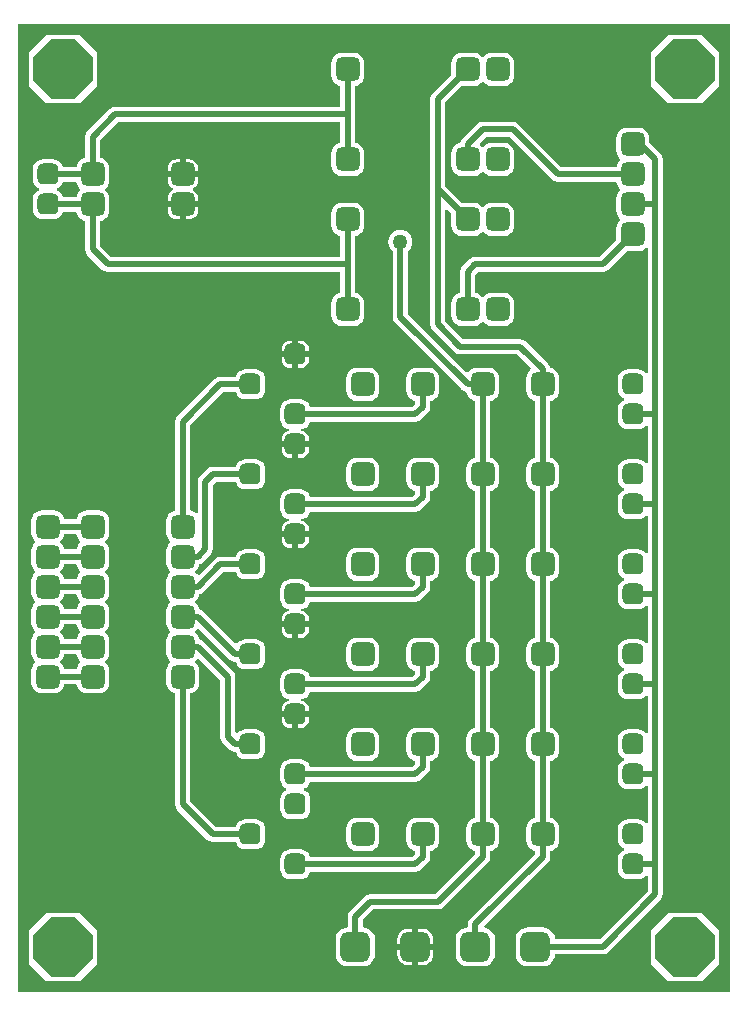
<source format=gbl>
G04 Layer_Physical_Order=2*
G04 Layer_Color=16711680*
%FSLAX25Y25*%
%MOIN*%
G70*
G01*
G75*
%ADD10C,0.02000*%
G04:AMPARAMS|DCode=11|XSize=80mil|YSize=80mil|CornerRadius=20mil|HoleSize=0mil|Usage=FLASHONLY|Rotation=180.000|XOffset=0mil|YOffset=0mil|HoleType=Round|Shape=RoundedRectangle|*
%AMROUNDEDRECTD11*
21,1,0.08000,0.04000,0,0,180.0*
21,1,0.04000,0.08000,0,0,180.0*
1,1,0.04000,-0.02000,0.02000*
1,1,0.04000,0.02000,0.02000*
1,1,0.04000,0.02000,-0.02000*
1,1,0.04000,-0.02000,-0.02000*
%
%ADD11ROUNDEDRECTD11*%
G04:AMPARAMS|DCode=12|XSize=70mil|YSize=70mil|CornerRadius=17.5mil|HoleSize=0mil|Usage=FLASHONLY|Rotation=90.000|XOffset=0mil|YOffset=0mil|HoleType=Round|Shape=RoundedRectangle|*
%AMROUNDEDRECTD12*
21,1,0.07000,0.03500,0,0,90.0*
21,1,0.03500,0.07000,0,0,90.0*
1,1,0.03500,0.01750,0.01750*
1,1,0.03500,0.01750,-0.01750*
1,1,0.03500,-0.01750,-0.01750*
1,1,0.03500,-0.01750,0.01750*
%
%ADD12ROUNDEDRECTD12*%
G04:AMPARAMS|DCode=13|XSize=80mil|YSize=80mil|CornerRadius=20mil|HoleSize=0mil|Usage=FLASHONLY|Rotation=270.000|XOffset=0mil|YOffset=0mil|HoleType=Round|Shape=RoundedRectangle|*
%AMROUNDEDRECTD13*
21,1,0.08000,0.04000,0,0,270.0*
21,1,0.04000,0.08000,0,0,270.0*
1,1,0.04000,-0.02000,-0.02000*
1,1,0.04000,-0.02000,0.02000*
1,1,0.04000,0.02000,0.02000*
1,1,0.04000,0.02000,-0.02000*
%
%ADD13ROUNDEDRECTD13*%
G04:AMPARAMS|DCode=14|XSize=100mil|YSize=100mil|CornerRadius=25mil|HoleSize=0mil|Usage=FLASHONLY|Rotation=180.000|XOffset=0mil|YOffset=0mil|HoleType=Round|Shape=RoundedRectangle|*
%AMROUNDEDRECTD14*
21,1,0.10000,0.05000,0,0,180.0*
21,1,0.05000,0.10000,0,0,180.0*
1,1,0.05000,-0.02500,0.02500*
1,1,0.05000,0.02500,0.02500*
1,1,0.05000,0.02500,-0.02500*
1,1,0.05000,-0.02500,-0.02500*
%
%ADD14ROUNDEDRECTD14*%
%ADD15P,0.21307X8X22.5*%
%ADD16C,0.05000*%
G36*
X237500Y0D02*
X0D01*
Y322500D01*
X237500D01*
Y0D01*
D02*
G37*
%LPC*%
G36*
X117000Y118030D02*
X113000D01*
X112086Y117910D01*
X111235Y117557D01*
X110504Y116996D01*
X109943Y116265D01*
X109590Y115414D01*
X109470Y114500D01*
Y110500D01*
X109590Y109586D01*
X109943Y108735D01*
X110504Y108004D01*
X111235Y107443D01*
X112086Y107090D01*
X113000Y106970D01*
X117000D01*
X117914Y107090D01*
X118765Y107443D01*
X119496Y108004D01*
X120057Y108735D01*
X120410Y109586D01*
X120530Y110500D01*
Y114500D01*
X120410Y115414D01*
X120057Y116265D01*
X119496Y116996D01*
X118765Y117557D01*
X117914Y117910D01*
X117000Y118030D01*
D02*
G37*
G36*
X91500Y121500D02*
X87976D01*
Y120750D01*
X88071Y120032D01*
X88348Y119363D01*
X88789Y118789D01*
X89363Y118348D01*
X90032Y118071D01*
X90750Y117976D01*
X91500D01*
Y121500D01*
D02*
G37*
G36*
X137000Y118030D02*
X133000D01*
X132086Y117910D01*
X131235Y117557D01*
X130504Y116996D01*
X129943Y116265D01*
X129590Y115414D01*
X129470Y114500D01*
Y110500D01*
X129590Y109586D01*
X129943Y108735D01*
X130504Y108004D01*
X131235Y107443D01*
X132086Y107090D01*
X132451Y107042D01*
Y106056D01*
X131444Y105049D01*
X97423D01*
X97416Y105098D01*
X97089Y105889D01*
X96568Y106568D01*
X95889Y107089D01*
X95098Y107416D01*
X94250Y107528D01*
X90750D01*
X89902Y107416D01*
X89111Y107089D01*
X88432Y106568D01*
X87911Y105889D01*
X87584Y105098D01*
X87472Y104250D01*
Y100750D01*
X87584Y99902D01*
X87911Y99111D01*
X88432Y98432D01*
X89111Y97911D01*
X89902Y97584D01*
X90537Y97500D01*
Y96996D01*
X90032Y96929D01*
X89363Y96652D01*
X88789Y96211D01*
X88348Y95637D01*
X88071Y94968D01*
X87976Y94250D01*
Y93500D01*
X92500D01*
X97024D01*
Y94250D01*
X96929Y94968D01*
X96652Y95637D01*
X96211Y96211D01*
X95637Y96652D01*
X94968Y96929D01*
X94463Y96996D01*
Y97500D01*
X95098Y97584D01*
X95889Y97911D01*
X96568Y98432D01*
X97089Y99111D01*
X97416Y99902D01*
X97423Y99951D01*
X132500D01*
X133475Y100145D01*
X134302Y100698D01*
X136802Y103198D01*
X137355Y104025D01*
X137549Y105000D01*
Y107042D01*
X137914Y107090D01*
X138765Y107443D01*
X139496Y108004D01*
X140057Y108735D01*
X140410Y109586D01*
X140530Y110500D01*
Y114500D01*
X140410Y115414D01*
X140057Y116265D01*
X139496Y116996D01*
X138765Y117557D01*
X137914Y117910D01*
X137000Y118030D01*
D02*
G37*
G36*
X91500Y91500D02*
X87976D01*
Y90750D01*
X88071Y90032D01*
X88348Y89363D01*
X88789Y88789D01*
X89363Y88348D01*
X90032Y88071D01*
X90750Y87976D01*
X91500D01*
Y91500D01*
D02*
G37*
G36*
X97024D02*
X93500D01*
Y87976D01*
X94250D01*
X94968Y88071D01*
X95637Y88348D01*
X96211Y88789D01*
X96652Y89363D01*
X96929Y90032D01*
X97024Y90750D01*
Y91500D01*
D02*
G37*
G36*
X91500Y151500D02*
X87976D01*
Y150750D01*
X88071Y150032D01*
X88348Y149363D01*
X88789Y148789D01*
X89363Y148348D01*
X90032Y148071D01*
X90750Y147976D01*
X91500D01*
Y151500D01*
D02*
G37*
G36*
X97024D02*
X93500D01*
Y147976D01*
X94250D01*
X94968Y148071D01*
X95637Y148348D01*
X96211Y148789D01*
X96652Y149363D01*
X96929Y150032D01*
X97024Y150750D01*
Y151500D01*
D02*
G37*
G36*
X117000Y148030D02*
X113000D01*
X112086Y147910D01*
X111235Y147557D01*
X110504Y146996D01*
X109943Y146265D01*
X109590Y145414D01*
X109470Y144500D01*
Y140500D01*
X109590Y139586D01*
X109943Y138735D01*
X110504Y138004D01*
X111235Y137443D01*
X112086Y137090D01*
X113000Y136970D01*
X117000D01*
X117914Y137090D01*
X118765Y137443D01*
X119496Y138004D01*
X120057Y138735D01*
X120410Y139586D01*
X120530Y140500D01*
Y144500D01*
X120410Y145414D01*
X120057Y146265D01*
X119496Y146996D01*
X118765Y147557D01*
X117914Y147910D01*
X117000Y148030D01*
D02*
G37*
G36*
X97024Y121500D02*
X93500D01*
Y117976D01*
X94250D01*
X94968Y118071D01*
X95637Y118348D01*
X96211Y118789D01*
X96652Y119363D01*
X96929Y120032D01*
X97024Y120750D01*
Y121500D01*
D02*
G37*
G36*
X137000Y148030D02*
X133000D01*
X132086Y147910D01*
X131235Y147557D01*
X130504Y146996D01*
X129943Y146265D01*
X129590Y145414D01*
X129470Y144500D01*
Y140500D01*
X129590Y139586D01*
X129943Y138735D01*
X130504Y138004D01*
X131235Y137443D01*
X132086Y137090D01*
X132451Y137042D01*
Y136056D01*
X131444Y135049D01*
X97423D01*
X97416Y135098D01*
X97089Y135889D01*
X96568Y136568D01*
X95889Y137089D01*
X95098Y137416D01*
X94250Y137528D01*
X90750D01*
X89902Y137416D01*
X89111Y137089D01*
X88432Y136568D01*
X87911Y135889D01*
X87584Y135098D01*
X87472Y134250D01*
Y130750D01*
X87584Y129902D01*
X87911Y129111D01*
X88432Y128432D01*
X89111Y127911D01*
X89902Y127584D01*
X90537Y127500D01*
Y126996D01*
X90032Y126929D01*
X89363Y126652D01*
X88789Y126211D01*
X88348Y125637D01*
X88071Y124968D01*
X87976Y124250D01*
Y123500D01*
X92500D01*
X97024D01*
Y124250D01*
X96929Y124968D01*
X96652Y125637D01*
X96211Y126211D01*
X95637Y126652D01*
X94968Y126929D01*
X94463Y126996D01*
Y127500D01*
X95098Y127584D01*
X95889Y127911D01*
X96568Y128432D01*
X97089Y129111D01*
X97416Y129902D01*
X97423Y129951D01*
X132500D01*
X133475Y130145D01*
X134302Y130698D01*
X136802Y133198D01*
X137355Y134025D01*
X137549Y135000D01*
Y137042D01*
X137914Y137090D01*
X138765Y137443D01*
X139496Y138004D01*
X140057Y138735D01*
X140410Y139586D01*
X140530Y140500D01*
Y144500D01*
X140410Y145414D01*
X140057Y146265D01*
X139496Y146996D01*
X138765Y147557D01*
X137914Y147910D01*
X137000Y148030D01*
D02*
G37*
G36*
X117000Y88030D02*
X113000D01*
X112086Y87910D01*
X111235Y87557D01*
X110504Y86996D01*
X109943Y86265D01*
X109590Y85414D01*
X109470Y84500D01*
Y80500D01*
X109590Y79586D01*
X109943Y78735D01*
X110504Y78004D01*
X111235Y77443D01*
X112086Y77090D01*
X113000Y76970D01*
X117000D01*
X117914Y77090D01*
X118765Y77443D01*
X119496Y78004D01*
X120057Y78735D01*
X120410Y79586D01*
X120530Y80500D01*
Y84500D01*
X120410Y85414D01*
X120057Y86265D01*
X119496Y86996D01*
X118765Y87557D01*
X117914Y87910D01*
X117000Y88030D01*
D02*
G37*
G36*
X131500Y14000D02*
X126470D01*
Y12500D01*
X126590Y11586D01*
X126943Y10735D01*
X127504Y10004D01*
X128235Y9443D01*
X129086Y9090D01*
X130000Y8970D01*
X131500D01*
Y14000D01*
D02*
G37*
G36*
X138530D02*
X133500D01*
Y8970D01*
X135000D01*
X135914Y9090D01*
X136765Y9443D01*
X137496Y10004D01*
X138057Y10735D01*
X138410Y11586D01*
X138530Y12500D01*
Y14000D01*
D02*
G37*
G36*
X127500Y254034D02*
X126456Y253897D01*
X125483Y253494D01*
X124647Y252853D01*
X124006Y252017D01*
X123603Y251044D01*
X123466Y250000D01*
X123603Y248956D01*
X124006Y247983D01*
X124647Y247147D01*
X124951Y246914D01*
Y225000D01*
X125145Y224025D01*
X125698Y223198D01*
X148198Y200698D01*
X149024Y200145D01*
X149530Y200045D01*
X149590Y199586D01*
X149943Y198735D01*
X150504Y198004D01*
X151235Y197443D01*
X152086Y197090D01*
X152451Y197042D01*
Y177958D01*
X152086Y177910D01*
X151235Y177557D01*
X150504Y176996D01*
X149943Y176265D01*
X149590Y175414D01*
X149470Y174500D01*
Y170500D01*
X149590Y169586D01*
X149943Y168735D01*
X150504Y168004D01*
X151235Y167443D01*
X152086Y167090D01*
X152451Y167042D01*
Y147958D01*
X152086Y147910D01*
X151235Y147557D01*
X150504Y146996D01*
X149943Y146265D01*
X149590Y145414D01*
X149470Y144500D01*
Y140500D01*
X149590Y139586D01*
X149943Y138735D01*
X150504Y138004D01*
X151235Y137443D01*
X152086Y137090D01*
X152451Y137042D01*
Y117958D01*
X152086Y117910D01*
X151235Y117557D01*
X150504Y116996D01*
X149943Y116265D01*
X149590Y115414D01*
X149470Y114500D01*
Y110500D01*
X149590Y109586D01*
X149943Y108735D01*
X150504Y108004D01*
X151235Y107443D01*
X152086Y107090D01*
X152451Y107042D01*
Y87958D01*
X152086Y87910D01*
X151235Y87557D01*
X150504Y86996D01*
X149943Y86265D01*
X149590Y85414D01*
X149470Y84500D01*
Y80500D01*
X149590Y79586D01*
X149943Y78735D01*
X150504Y78004D01*
X151235Y77443D01*
X152086Y77090D01*
X152451Y77042D01*
Y57958D01*
X152086Y57910D01*
X151235Y57557D01*
X150504Y56996D01*
X149943Y56265D01*
X149590Y55414D01*
X149470Y54500D01*
Y50500D01*
X149590Y49586D01*
X149943Y48735D01*
X150504Y48004D01*
X151235Y47443D01*
X152086Y47090D01*
X152451Y47042D01*
Y46056D01*
X138944Y32549D01*
X117500D01*
X116525Y32355D01*
X115698Y31802D01*
X110698Y26802D01*
X110145Y25975D01*
X109951Y25000D01*
Y21528D01*
X108956Y21397D01*
X107983Y20994D01*
X107147Y20353D01*
X106506Y19517D01*
X106103Y18544D01*
X105965Y17500D01*
Y12500D01*
X106103Y11456D01*
X106506Y10483D01*
X107147Y9647D01*
X107983Y9006D01*
X108956Y8603D01*
X110000Y8466D01*
X115000D01*
X116044Y8603D01*
X117017Y9006D01*
X117853Y9647D01*
X118494Y10483D01*
X118897Y11456D01*
X119035Y12500D01*
Y17500D01*
X118897Y18544D01*
X118494Y19517D01*
X117853Y20353D01*
X117017Y20994D01*
X116044Y21397D01*
X115049Y21528D01*
Y23944D01*
X118556Y27451D01*
X140000D01*
X140975Y27645D01*
X141802Y28198D01*
X156802Y43198D01*
X157355Y44025D01*
X157549Y45000D01*
Y47042D01*
X157914Y47090D01*
X158765Y47443D01*
X159496Y48004D01*
X160057Y48735D01*
X160410Y49586D01*
X160530Y50500D01*
Y54500D01*
X160410Y55414D01*
X160057Y56265D01*
X159496Y56996D01*
X158765Y57557D01*
X157914Y57910D01*
X157549Y57958D01*
Y77042D01*
X157914Y77090D01*
X158765Y77443D01*
X159496Y78004D01*
X160057Y78735D01*
X160410Y79586D01*
X160530Y80500D01*
Y84500D01*
X160410Y85414D01*
X160057Y86265D01*
X159496Y86996D01*
X158765Y87557D01*
X157914Y87910D01*
X157549Y87958D01*
Y107042D01*
X157914Y107090D01*
X158765Y107443D01*
X159496Y108004D01*
X160057Y108735D01*
X160410Y109586D01*
X160530Y110500D01*
Y114500D01*
X160410Y115414D01*
X160057Y116265D01*
X159496Y116996D01*
X158765Y117557D01*
X157914Y117910D01*
X157549Y117958D01*
Y137042D01*
X157914Y137090D01*
X158765Y137443D01*
X159496Y138004D01*
X160057Y138735D01*
X160410Y139586D01*
X160530Y140500D01*
Y144500D01*
X160410Y145414D01*
X160057Y146265D01*
X159496Y146996D01*
X158765Y147557D01*
X157914Y147910D01*
X157549Y147958D01*
Y167042D01*
X157914Y167090D01*
X158765Y167443D01*
X159496Y168004D01*
X160057Y168735D01*
X160410Y169586D01*
X160530Y170500D01*
Y174500D01*
X160410Y175414D01*
X160057Y176265D01*
X159496Y176996D01*
X158765Y177557D01*
X157914Y177910D01*
X157549Y177958D01*
Y197042D01*
X157914Y197090D01*
X158765Y197443D01*
X159496Y198004D01*
X160057Y198735D01*
X160410Y199586D01*
X160530Y200500D01*
Y204500D01*
X160410Y205414D01*
X160057Y206265D01*
X159496Y206996D01*
X158765Y207557D01*
X157914Y207910D01*
X157000Y208030D01*
X153000D01*
X152086Y207910D01*
X151235Y207557D01*
X150504Y206996D01*
X150205Y206607D01*
X149544Y206561D01*
X130049Y226056D01*
Y246914D01*
X130353Y247147D01*
X130994Y247983D01*
X131397Y248956D01*
X131535Y250000D01*
X131397Y251044D01*
X130994Y252017D01*
X130353Y252853D01*
X129517Y253494D01*
X128544Y253897D01*
X127500Y254034D01*
D02*
G37*
G36*
X20671Y26342D02*
X9329D01*
X3658Y20671D01*
Y9329D01*
X9329Y3658D01*
X20671D01*
X26342Y9329D01*
Y20671D01*
X20671Y26342D01*
D02*
G37*
G36*
X228171D02*
X216829D01*
X211157Y20671D01*
Y9329D01*
X216829Y3658D01*
X228171D01*
X233842Y9329D01*
Y20671D01*
X228171Y26342D01*
D02*
G37*
G36*
X117000Y58030D02*
X113000D01*
X112086Y57910D01*
X111235Y57557D01*
X110504Y56996D01*
X109943Y56265D01*
X109590Y55414D01*
X109470Y54500D01*
Y50500D01*
X109590Y49586D01*
X109943Y48735D01*
X110504Y48004D01*
X111235Y47443D01*
X112086Y47090D01*
X113000Y46970D01*
X117000D01*
X117914Y47090D01*
X118765Y47443D01*
X119496Y48004D01*
X120057Y48735D01*
X120410Y49586D01*
X120530Y50500D01*
Y54500D01*
X120410Y55414D01*
X120057Y56265D01*
X119496Y56996D01*
X118765Y57557D01*
X117914Y57910D01*
X117000Y58030D01*
D02*
G37*
G36*
X137000Y88030D02*
X133000D01*
X132086Y87910D01*
X131235Y87557D01*
X130504Y86996D01*
X129943Y86265D01*
X129590Y85414D01*
X129470Y84500D01*
Y80500D01*
X129590Y79586D01*
X129943Y78735D01*
X130504Y78004D01*
X131235Y77443D01*
X132086Y77090D01*
X132451Y77042D01*
Y76056D01*
X131444Y75049D01*
X97423D01*
X97416Y75098D01*
X97089Y75889D01*
X96568Y76568D01*
X95889Y77089D01*
X95098Y77416D01*
X94250Y77528D01*
X90750D01*
X89902Y77416D01*
X89111Y77089D01*
X88432Y76568D01*
X87911Y75889D01*
X87584Y75098D01*
X87472Y74250D01*
Y70750D01*
X87584Y69902D01*
X87911Y69111D01*
X88432Y68432D01*
X89111Y67911D01*
X89450Y67771D01*
Y67229D01*
X89111Y67089D01*
X88432Y66568D01*
X87911Y65889D01*
X87584Y65098D01*
X87472Y64250D01*
Y60750D01*
X87584Y59902D01*
X87911Y59111D01*
X88432Y58432D01*
X89111Y57911D01*
X89902Y57584D01*
X90750Y57472D01*
X94250D01*
X95098Y57584D01*
X95889Y57911D01*
X96568Y58432D01*
X97089Y59111D01*
X97416Y59902D01*
X97528Y60750D01*
Y64250D01*
X97416Y65098D01*
X97089Y65889D01*
X96568Y66568D01*
X95889Y67089D01*
X95550Y67229D01*
Y67771D01*
X95889Y67911D01*
X96568Y68432D01*
X97089Y69111D01*
X97416Y69902D01*
X97423Y69951D01*
X132500D01*
X133475Y70145D01*
X134302Y70698D01*
X136802Y73198D01*
X137355Y74024D01*
X137549Y75000D01*
Y77042D01*
X137914Y77090D01*
X138765Y77443D01*
X139496Y78004D01*
X140057Y78735D01*
X140410Y79586D01*
X140530Y80500D01*
Y84500D01*
X140410Y85414D01*
X140057Y86265D01*
X139496Y86996D01*
X138765Y87557D01*
X137914Y87910D01*
X137000Y88030D01*
D02*
G37*
G36*
Y58030D02*
X133000D01*
X132086Y57910D01*
X131235Y57557D01*
X130504Y56996D01*
X129943Y56265D01*
X129590Y55414D01*
X129470Y54500D01*
Y50500D01*
X129590Y49586D01*
X129943Y48735D01*
X130504Y48004D01*
X131235Y47443D01*
X132086Y47090D01*
X132451Y47042D01*
Y46056D01*
X131444Y45049D01*
X97423D01*
X97416Y45098D01*
X97089Y45889D01*
X96568Y46568D01*
X95889Y47089D01*
X95098Y47416D01*
X94250Y47528D01*
X90750D01*
X89902Y47416D01*
X89111Y47089D01*
X88432Y46568D01*
X87911Y45889D01*
X87584Y45098D01*
X87472Y44250D01*
Y40750D01*
X87584Y39902D01*
X87911Y39111D01*
X88432Y38432D01*
X89111Y37911D01*
X89902Y37584D01*
X90750Y37472D01*
X94250D01*
X95098Y37584D01*
X95889Y37911D01*
X96568Y38432D01*
X97089Y39111D01*
X97416Y39902D01*
X97423Y39951D01*
X132500D01*
X133475Y40145D01*
X134302Y40698D01*
X136802Y43198D01*
X137355Y44025D01*
X137549Y45000D01*
Y47042D01*
X137914Y47090D01*
X138765Y47443D01*
X139496Y48004D01*
X140057Y48735D01*
X140410Y49586D01*
X140530Y50500D01*
Y54500D01*
X140410Y55414D01*
X140057Y56265D01*
X139496Y56996D01*
X138765Y57557D01*
X137914Y57910D01*
X137000Y58030D01*
D02*
G37*
G36*
X131500Y21030D02*
X130000D01*
X129086Y20910D01*
X128235Y20557D01*
X127504Y19996D01*
X126943Y19265D01*
X126590Y18414D01*
X126470Y17500D01*
Y16000D01*
X131500D01*
Y21030D01*
D02*
G37*
G36*
X135000D02*
X133500D01*
Y16000D01*
X138530D01*
Y17500D01*
X138410Y18414D01*
X138057Y19265D01*
X137496Y19996D01*
X136765Y20557D01*
X135914Y20910D01*
X135000Y21030D01*
D02*
G37*
G36*
X27000Y160530D02*
X23000D01*
X22086Y160410D01*
X21235Y160057D01*
X20504Y159496D01*
X19943Y158765D01*
X19590Y157914D01*
X19542Y157549D01*
X15458D01*
X15410Y157914D01*
X15057Y158765D01*
X14496Y159496D01*
X13765Y160057D01*
X12914Y160410D01*
X12000Y160530D01*
X8000D01*
X7086Y160410D01*
X6235Y160057D01*
X5504Y159496D01*
X4943Y158765D01*
X4590Y157914D01*
X4470Y157000D01*
Y153000D01*
X4590Y152086D01*
X4943Y151235D01*
X5504Y150504D01*
X5835Y150250D01*
Y149750D01*
X5504Y149496D01*
X4943Y148765D01*
X4590Y147914D01*
X4470Y147000D01*
Y143000D01*
X4590Y142086D01*
X4943Y141235D01*
X5504Y140504D01*
X5835Y140250D01*
Y139750D01*
X5504Y139496D01*
X4943Y138765D01*
X4590Y137914D01*
X4470Y137000D01*
Y133000D01*
X4590Y132086D01*
X4943Y131235D01*
X5504Y130504D01*
X5835Y130250D01*
Y129750D01*
X5504Y129496D01*
X4943Y128765D01*
X4590Y127914D01*
X4470Y127000D01*
Y123000D01*
X4590Y122086D01*
X4943Y121235D01*
X5504Y120504D01*
X5835Y120250D01*
Y119750D01*
X5504Y119496D01*
X4943Y118765D01*
X4590Y117914D01*
X4470Y117000D01*
Y113000D01*
X4590Y112086D01*
X4943Y111235D01*
X5504Y110504D01*
X5835Y110250D01*
Y109750D01*
X5504Y109496D01*
X4943Y108765D01*
X4590Y107914D01*
X4470Y107000D01*
Y103000D01*
X4590Y102086D01*
X4943Y101235D01*
X5504Y100504D01*
X6235Y99943D01*
X7086Y99590D01*
X8000Y99470D01*
X12000D01*
X12914Y99590D01*
X13765Y99943D01*
X14496Y100504D01*
X15057Y101235D01*
X15410Y102086D01*
X15458Y102451D01*
X19542D01*
X19590Y102086D01*
X19943Y101235D01*
X20504Y100504D01*
X21235Y99943D01*
X22086Y99590D01*
X23000Y99470D01*
X27000D01*
X27914Y99590D01*
X28765Y99943D01*
X29496Y100504D01*
X30057Y101235D01*
X30410Y102086D01*
X30530Y103000D01*
Y107000D01*
X30410Y107914D01*
X30057Y108765D01*
X29496Y109496D01*
X29166Y109750D01*
Y110250D01*
X29496Y110504D01*
X30057Y111235D01*
X30410Y112086D01*
X30530Y113000D01*
Y117000D01*
X30410Y117914D01*
X30057Y118765D01*
X29496Y119496D01*
X29166Y119750D01*
Y120250D01*
X29496Y120504D01*
X30057Y121235D01*
X30410Y122086D01*
X30530Y123000D01*
Y127000D01*
X30410Y127914D01*
X30057Y128765D01*
X29496Y129496D01*
X29166Y129750D01*
Y130250D01*
X29496Y130504D01*
X30057Y131235D01*
X30410Y132086D01*
X30530Y133000D01*
Y137000D01*
X30410Y137914D01*
X30057Y138765D01*
X29496Y139496D01*
X29166Y139750D01*
Y140250D01*
X29496Y140504D01*
X30057Y141235D01*
X30410Y142086D01*
X30530Y143000D01*
Y147000D01*
X30410Y147914D01*
X30057Y148765D01*
X29496Y149496D01*
X29166Y149750D01*
Y150250D01*
X29496Y150504D01*
X30057Y151235D01*
X30410Y152086D01*
X30530Y153000D01*
Y157000D01*
X30410Y157914D01*
X30057Y158765D01*
X29496Y159496D01*
X28765Y160057D01*
X27914Y160410D01*
X27000Y160530D01*
D02*
G37*
G36*
X94250Y217024D02*
X93500D01*
Y213500D01*
X97024D01*
Y214250D01*
X96929Y214968D01*
X96652Y215637D01*
X96211Y216211D01*
X95637Y216652D01*
X94968Y216929D01*
X94250Y217024D01*
D02*
G37*
G36*
X54000Y261500D02*
X49974D01*
Y260500D01*
X50077Y259717D01*
X50380Y258987D01*
X50860Y258360D01*
X51487Y257879D01*
X52217Y257577D01*
X53000Y257474D01*
X54000D01*
Y261500D01*
D02*
G37*
G36*
X60026D02*
X56000D01*
Y257474D01*
X57000D01*
X57783Y257577D01*
X58513Y257879D01*
X59140Y258360D01*
X59620Y258987D01*
X59923Y259717D01*
X60026Y260500D01*
Y261500D01*
D02*
G37*
G36*
X91500Y211500D02*
X87976D01*
Y210750D01*
X88071Y210032D01*
X88348Y209363D01*
X88789Y208789D01*
X89363Y208348D01*
X90032Y208071D01*
X90750Y207976D01*
X91500D01*
Y211500D01*
D02*
G37*
G36*
X97024D02*
X93500D01*
Y207976D01*
X94250D01*
X94968Y208071D01*
X95637Y208348D01*
X96211Y208789D01*
X96652Y209363D01*
X96929Y210032D01*
X97024Y210750D01*
Y211500D01*
D02*
G37*
G36*
X91500Y217024D02*
X90750D01*
X90032Y216929D01*
X89363Y216652D01*
X88789Y216211D01*
X88348Y215637D01*
X88071Y214968D01*
X87976Y214250D01*
Y213500D01*
X91500D01*
Y217024D01*
D02*
G37*
G36*
X60026Y271500D02*
X55000D01*
X49974D01*
Y270500D01*
X50077Y269717D01*
X50380Y268987D01*
X50860Y268360D01*
X51487Y267880D01*
X51750Y267771D01*
Y267229D01*
X51487Y267121D01*
X50860Y266640D01*
X50380Y266013D01*
X50077Y265283D01*
X49974Y264500D01*
Y263500D01*
X55000D01*
X60026D01*
Y264500D01*
X59923Y265283D01*
X59620Y266013D01*
X59140Y266640D01*
X58513Y267121D01*
X58250Y267229D01*
Y267771D01*
X58513Y267880D01*
X59140Y268360D01*
X59620Y268987D01*
X59923Y269717D01*
X60026Y270500D01*
Y271500D01*
D02*
G37*
G36*
X20671Y318843D02*
X9329D01*
X3658Y313171D01*
Y301829D01*
X9329Y296158D01*
X20671D01*
X26342Y301829D01*
Y313171D01*
X20671Y318843D01*
D02*
G37*
G36*
X228171D02*
X216829D01*
X211157Y313171D01*
Y301829D01*
X216829Y296158D01*
X228171D01*
X233842Y301829D01*
Y313171D01*
X228171Y318843D01*
D02*
G37*
G36*
X162000Y313030D02*
X158000D01*
X157086Y312910D01*
X156235Y312557D01*
X155504Y311996D01*
X155250Y311666D01*
X154750D01*
X154496Y311996D01*
X153765Y312557D01*
X152914Y312910D01*
X152000Y313030D01*
X148000D01*
X147086Y312910D01*
X146235Y312557D01*
X145504Y311996D01*
X144943Y311265D01*
X144590Y310414D01*
X144470Y309500D01*
Y305575D01*
X138198Y299302D01*
X137645Y298476D01*
X137451Y297500D01*
Y267500D01*
Y222500D01*
X137645Y221525D01*
X138198Y220698D01*
X145698Y213198D01*
X146525Y212645D01*
X147500Y212451D01*
X166444D01*
X170939Y207956D01*
X170893Y207295D01*
X170504Y206996D01*
X169943Y206265D01*
X169590Y205414D01*
X169470Y204500D01*
Y200500D01*
X169590Y199586D01*
X169943Y198735D01*
X170504Y198004D01*
X171235Y197443D01*
X172086Y197090D01*
X172451Y197042D01*
Y177958D01*
X172086Y177910D01*
X171235Y177557D01*
X170504Y176996D01*
X169943Y176265D01*
X169590Y175414D01*
X169470Y174500D01*
Y170500D01*
X169590Y169586D01*
X169943Y168735D01*
X170504Y168004D01*
X171235Y167443D01*
X172086Y167090D01*
X172451Y167042D01*
Y147958D01*
X172086Y147910D01*
X171235Y147557D01*
X170504Y146996D01*
X169943Y146265D01*
X169590Y145414D01*
X169470Y144500D01*
Y140500D01*
X169590Y139586D01*
X169943Y138735D01*
X170504Y138004D01*
X171235Y137443D01*
X172086Y137090D01*
X172451Y137042D01*
Y117958D01*
X172086Y117910D01*
X171235Y117557D01*
X170504Y116996D01*
X169943Y116265D01*
X169590Y115414D01*
X169470Y114500D01*
Y110500D01*
X169590Y109586D01*
X169943Y108735D01*
X170504Y108004D01*
X171235Y107443D01*
X172086Y107090D01*
X172451Y107042D01*
Y87958D01*
X172086Y87910D01*
X171235Y87557D01*
X170504Y86996D01*
X169943Y86265D01*
X169590Y85414D01*
X169470Y84500D01*
Y80500D01*
X169590Y79586D01*
X169943Y78735D01*
X170504Y78004D01*
X171235Y77443D01*
X172086Y77090D01*
X172451Y77042D01*
Y57958D01*
X172086Y57910D01*
X171235Y57557D01*
X170504Y56996D01*
X169943Y56265D01*
X169590Y55414D01*
X169470Y54500D01*
Y50500D01*
X169590Y49586D01*
X169943Y48735D01*
X170504Y48004D01*
X171235Y47443D01*
X172086Y47090D01*
X172451Y47042D01*
Y46056D01*
X150698Y24302D01*
X150145Y23475D01*
X149951Y22500D01*
Y21528D01*
X148956Y21397D01*
X147983Y20994D01*
X147147Y20353D01*
X146506Y19517D01*
X146103Y18544D01*
X145966Y17500D01*
Y12500D01*
X146103Y11456D01*
X146506Y10483D01*
X147147Y9647D01*
X147983Y9006D01*
X148956Y8603D01*
X150000Y8466D01*
X155000D01*
X156044Y8603D01*
X157017Y9006D01*
X157853Y9647D01*
X158494Y10483D01*
X158897Y11456D01*
X159035Y12500D01*
Y17500D01*
X158897Y18544D01*
X158494Y19517D01*
X157853Y20353D01*
X157017Y20994D01*
X156044Y21397D01*
X155684Y21444D01*
X155523Y21918D01*
X176802Y43198D01*
X177355Y44025D01*
X177549Y45000D01*
Y47042D01*
X177914Y47090D01*
X178765Y47443D01*
X179496Y48004D01*
X180057Y48735D01*
X180410Y49586D01*
X180530Y50500D01*
Y54500D01*
X180410Y55414D01*
X180057Y56265D01*
X179496Y56996D01*
X178765Y57557D01*
X177914Y57910D01*
X177549Y57958D01*
Y77042D01*
X177914Y77090D01*
X178765Y77443D01*
X179496Y78004D01*
X180057Y78735D01*
X180410Y79586D01*
X180530Y80500D01*
Y84500D01*
X180410Y85414D01*
X180057Y86265D01*
X179496Y86996D01*
X178765Y87557D01*
X177914Y87910D01*
X177549Y87958D01*
Y107042D01*
X177914Y107090D01*
X178765Y107443D01*
X179496Y108004D01*
X180057Y108735D01*
X180410Y109586D01*
X180530Y110500D01*
Y114500D01*
X180410Y115414D01*
X180057Y116265D01*
X179496Y116996D01*
X178765Y117557D01*
X177914Y117910D01*
X177549Y117958D01*
Y137042D01*
X177914Y137090D01*
X178765Y137443D01*
X179496Y138004D01*
X180057Y138735D01*
X180410Y139586D01*
X180530Y140500D01*
Y144500D01*
X180410Y145414D01*
X180057Y146265D01*
X179496Y146996D01*
X178765Y147557D01*
X177914Y147910D01*
X177549Y147958D01*
Y167042D01*
X177914Y167090D01*
X178765Y167443D01*
X179496Y168004D01*
X180057Y168735D01*
X180410Y169586D01*
X180530Y170500D01*
Y174500D01*
X180410Y175414D01*
X180057Y176265D01*
X179496Y176996D01*
X178765Y177557D01*
X177914Y177910D01*
X177549Y177958D01*
Y197042D01*
X177914Y197090D01*
X178765Y197443D01*
X179496Y198004D01*
X180057Y198735D01*
X180410Y199586D01*
X180530Y200500D01*
Y204500D01*
X180410Y205414D01*
X180057Y206265D01*
X179496Y206996D01*
X178765Y207557D01*
X177914Y207910D01*
X177455Y207970D01*
X177355Y208475D01*
X176802Y209302D01*
X169302Y216802D01*
X168475Y217355D01*
X167500Y217549D01*
X148556D01*
X142549Y223556D01*
Y260693D01*
X143011Y260884D01*
X144470Y259425D01*
Y255500D01*
X144590Y254586D01*
X144943Y253735D01*
X145504Y253004D01*
X146235Y252443D01*
X147086Y252090D01*
X148000Y251970D01*
X152000D01*
X152914Y252090D01*
X153765Y252443D01*
X154496Y253004D01*
X154750Y253334D01*
X155250D01*
X155504Y253004D01*
X156235Y252443D01*
X157086Y252090D01*
X158000Y251970D01*
X162000D01*
X162914Y252090D01*
X163765Y252443D01*
X164496Y253004D01*
X165057Y253735D01*
X165410Y254586D01*
X165530Y255500D01*
Y259500D01*
X165410Y260414D01*
X165057Y261265D01*
X164496Y261996D01*
X163765Y262557D01*
X162914Y262910D01*
X162000Y263030D01*
X158000D01*
X157086Y262910D01*
X156235Y262557D01*
X155504Y261996D01*
X155250Y261666D01*
X154750D01*
X154496Y261996D01*
X153765Y262557D01*
X152914Y262910D01*
X152000Y263030D01*
X148075D01*
X142549Y268556D01*
Y296444D01*
X148075Y301970D01*
X152000D01*
X152914Y302090D01*
X153765Y302443D01*
X154496Y303004D01*
X154750Y303334D01*
X155250D01*
X155504Y303004D01*
X156235Y302443D01*
X157086Y302090D01*
X158000Y301970D01*
X162000D01*
X162914Y302090D01*
X163765Y302443D01*
X164496Y303004D01*
X165057Y303735D01*
X165410Y304586D01*
X165530Y305500D01*
Y309500D01*
X165410Y310414D01*
X165057Y311265D01*
X164496Y311996D01*
X163765Y312557D01*
X162914Y312910D01*
X162000Y313030D01*
D02*
G37*
G36*
X112000D02*
X108000D01*
X107086Y312910D01*
X106235Y312557D01*
X105504Y311996D01*
X104943Y311265D01*
X104590Y310414D01*
X104470Y309500D01*
Y305500D01*
X104590Y304586D01*
X104943Y303735D01*
X105504Y303004D01*
X106235Y302443D01*
X107086Y302090D01*
X107451Y302042D01*
Y295049D01*
X32500D01*
X31525Y294855D01*
X30698Y294302D01*
X23198Y286802D01*
X22645Y285976D01*
X22451Y285000D01*
Y277958D01*
X22086Y277910D01*
X21235Y277557D01*
X20504Y276996D01*
X19943Y276265D01*
X19590Y275414D01*
X19542Y275049D01*
X14923D01*
X14916Y275098D01*
X14589Y275889D01*
X14068Y276568D01*
X13389Y277089D01*
X12598Y277416D01*
X11750Y277528D01*
X8250D01*
X7402Y277416D01*
X6611Y277089D01*
X5932Y276568D01*
X5411Y275889D01*
X5084Y275098D01*
X4972Y274250D01*
Y270750D01*
X5084Y269902D01*
X5411Y269111D01*
X5932Y268432D01*
X6611Y267911D01*
X6950Y267771D01*
Y267229D01*
X6611Y267089D01*
X5932Y266568D01*
X5411Y265889D01*
X5084Y265098D01*
X4972Y264250D01*
Y260750D01*
X5084Y259902D01*
X5411Y259111D01*
X5932Y258432D01*
X6611Y257911D01*
X7402Y257584D01*
X8250Y257472D01*
X11750D01*
X12598Y257584D01*
X13389Y257911D01*
X14068Y258432D01*
X14589Y259111D01*
X14916Y259902D01*
X14923Y259951D01*
X19542D01*
X19590Y259586D01*
X19943Y258735D01*
X20504Y258004D01*
X21235Y257443D01*
X22086Y257090D01*
X22451Y257042D01*
Y247500D01*
X22645Y246525D01*
X23198Y245698D01*
X28198Y240698D01*
X29024Y240145D01*
X30000Y239951D01*
X107451D01*
Y232958D01*
X107086Y232910D01*
X106235Y232557D01*
X105504Y231996D01*
X104943Y231265D01*
X104590Y230414D01*
X104470Y229500D01*
Y225500D01*
X104590Y224586D01*
X104943Y223735D01*
X105504Y223004D01*
X106235Y222443D01*
X107086Y222090D01*
X108000Y221970D01*
X112000D01*
X112914Y222090D01*
X113765Y222443D01*
X114496Y223004D01*
X115057Y223735D01*
X115410Y224586D01*
X115530Y225500D01*
Y229500D01*
X115410Y230414D01*
X115057Y231265D01*
X114496Y231996D01*
X113765Y232557D01*
X112914Y232910D01*
X112549Y232958D01*
Y242500D01*
Y252042D01*
X112914Y252090D01*
X113765Y252443D01*
X114496Y253004D01*
X115057Y253735D01*
X115410Y254586D01*
X115530Y255500D01*
Y259500D01*
X115410Y260414D01*
X115057Y261265D01*
X114496Y261996D01*
X113765Y262557D01*
X112914Y262910D01*
X112000Y263030D01*
X108000D01*
X107086Y262910D01*
X106235Y262557D01*
X105504Y261996D01*
X104943Y261265D01*
X104590Y260414D01*
X104470Y259500D01*
Y255500D01*
X104590Y254586D01*
X104943Y253735D01*
X105504Y253004D01*
X106235Y252443D01*
X107086Y252090D01*
X107451Y252042D01*
Y245049D01*
X31056D01*
X27549Y248556D01*
Y257042D01*
X27914Y257090D01*
X28765Y257443D01*
X29496Y258004D01*
X30057Y258735D01*
X30410Y259586D01*
X30530Y260500D01*
Y264500D01*
X30410Y265414D01*
X30057Y266265D01*
X29496Y266996D01*
X29166Y267250D01*
Y267750D01*
X29496Y268004D01*
X30057Y268735D01*
X30410Y269586D01*
X30530Y270500D01*
Y274500D01*
X30410Y275414D01*
X30057Y276265D01*
X29496Y276996D01*
X28765Y277557D01*
X27914Y277910D01*
X27549Y277958D01*
Y283944D01*
X33556Y289951D01*
X107451D01*
Y282958D01*
X107086Y282910D01*
X106235Y282557D01*
X105504Y281996D01*
X104943Y281265D01*
X104590Y280414D01*
X104470Y279500D01*
Y275500D01*
X104590Y274586D01*
X104943Y273735D01*
X105504Y273004D01*
X106235Y272443D01*
X107086Y272090D01*
X108000Y271970D01*
X112000D01*
X112914Y272090D01*
X113765Y272443D01*
X114496Y273004D01*
X115057Y273735D01*
X115410Y274586D01*
X115530Y275500D01*
Y279500D01*
X115410Y280414D01*
X115057Y281265D01*
X114496Y281996D01*
X113765Y282557D01*
X112914Y282910D01*
X112549Y282958D01*
Y292500D01*
Y302042D01*
X112914Y302090D01*
X113765Y302443D01*
X114496Y303004D01*
X115057Y303735D01*
X115410Y304586D01*
X115530Y305500D01*
Y309500D01*
X115410Y310414D01*
X115057Y311265D01*
X114496Y311996D01*
X113765Y312557D01*
X112914Y312910D01*
X112000Y313030D01*
D02*
G37*
G36*
X54000Y277526D02*
X53000D01*
X52217Y277423D01*
X51487Y277120D01*
X50860Y276640D01*
X50380Y276013D01*
X50077Y275283D01*
X49974Y274500D01*
Y273500D01*
X54000D01*
Y277526D01*
D02*
G37*
G36*
X57000D02*
X56000D01*
Y273500D01*
X60026D01*
Y274500D01*
X59923Y275283D01*
X59620Y276013D01*
X59140Y276640D01*
X58513Y277120D01*
X57783Y277423D01*
X57000Y277526D01*
D02*
G37*
G36*
X137000Y208030D02*
X133000D01*
X132086Y207910D01*
X131235Y207557D01*
X130504Y206996D01*
X129943Y206265D01*
X129590Y205414D01*
X129470Y204500D01*
Y200500D01*
X129590Y199586D01*
X129943Y198735D01*
X130504Y198004D01*
X131235Y197443D01*
X132086Y197090D01*
X132451Y197042D01*
Y196056D01*
X131444Y195049D01*
X97423D01*
X97416Y195098D01*
X97089Y195889D01*
X96568Y196568D01*
X95889Y197089D01*
X95098Y197416D01*
X94250Y197528D01*
X90750D01*
X89902Y197416D01*
X89111Y197089D01*
X88432Y196568D01*
X87911Y195889D01*
X87584Y195098D01*
X87472Y194250D01*
Y190750D01*
X87584Y189902D01*
X87911Y189111D01*
X88432Y188432D01*
X89111Y187911D01*
X89902Y187584D01*
X90537Y187500D01*
Y186996D01*
X90032Y186929D01*
X89363Y186652D01*
X88789Y186211D01*
X88348Y185637D01*
X88071Y184968D01*
X87976Y184250D01*
Y183500D01*
X92500D01*
X97024D01*
Y184250D01*
X96929Y184968D01*
X96652Y185637D01*
X96211Y186211D01*
X95637Y186652D01*
X94968Y186929D01*
X94463Y186996D01*
Y187500D01*
X95098Y187584D01*
X95889Y187911D01*
X96568Y188432D01*
X97089Y189111D01*
X97416Y189902D01*
X97423Y189951D01*
X132500D01*
X133475Y190145D01*
X134302Y190698D01*
X136802Y193198D01*
X137355Y194025D01*
X137549Y195000D01*
Y197042D01*
X137914Y197090D01*
X138765Y197443D01*
X139496Y198004D01*
X140057Y198735D01*
X140410Y199586D01*
X140530Y200500D01*
Y204500D01*
X140410Y205414D01*
X140057Y206265D01*
X139496Y206996D01*
X138765Y207557D01*
X137914Y207910D01*
X137000Y208030D01*
D02*
G37*
G36*
X117000D02*
X113000D01*
X112086Y207910D01*
X111235Y207557D01*
X110504Y206996D01*
X109943Y206265D01*
X109590Y205414D01*
X109470Y204500D01*
Y200500D01*
X109590Y199586D01*
X109943Y198735D01*
X110504Y198004D01*
X111235Y197443D01*
X112086Y197090D01*
X113000Y196970D01*
X117000D01*
X117914Y197090D01*
X118765Y197443D01*
X119496Y198004D01*
X120057Y198735D01*
X120410Y199586D01*
X120530Y200500D01*
Y204500D01*
X120410Y205414D01*
X120057Y206265D01*
X119496Y206996D01*
X118765Y207557D01*
X117914Y207910D01*
X117000Y208030D01*
D02*
G37*
G36*
X91500Y181500D02*
X87976D01*
Y180750D01*
X88071Y180032D01*
X88348Y179363D01*
X88789Y178789D01*
X89363Y178348D01*
X90032Y178071D01*
X90750Y177976D01*
X91500D01*
Y181500D01*
D02*
G37*
G36*
X97024D02*
X93500D01*
Y177976D01*
X94250D01*
X94968Y178071D01*
X95637Y178348D01*
X96211Y178789D01*
X96652Y179363D01*
X96929Y180032D01*
X97024Y180750D01*
Y181500D01*
D02*
G37*
G36*
X165000Y290049D02*
X155000D01*
X154025Y289855D01*
X153198Y289302D01*
X148198Y284302D01*
X147645Y283475D01*
X147545Y282970D01*
X147086Y282910D01*
X146235Y282557D01*
X145504Y281996D01*
X144943Y281265D01*
X144590Y280414D01*
X144470Y279500D01*
Y275500D01*
X144590Y274586D01*
X144943Y273735D01*
X145504Y273004D01*
X146235Y272443D01*
X147086Y272090D01*
X148000Y271970D01*
X152000D01*
X152914Y272090D01*
X153765Y272443D01*
X154496Y273004D01*
X154750Y273335D01*
X155250D01*
X155504Y273004D01*
X156235Y272443D01*
X157086Y272090D01*
X158000Y271970D01*
X162000D01*
X162914Y272090D01*
X163765Y272443D01*
X164496Y273004D01*
X165057Y273735D01*
X165410Y274586D01*
X165530Y275500D01*
Y279500D01*
X165410Y280414D01*
X165057Y281265D01*
X164496Y281996D01*
X163765Y282557D01*
X162914Y282910D01*
X162000Y283030D01*
X158000D01*
X157086Y282910D01*
X156235Y282557D01*
X155504Y281996D01*
X155250Y281665D01*
X154750D01*
X154496Y281996D01*
X154107Y282295D01*
X154061Y282956D01*
X156056Y284951D01*
X163944D01*
X178198Y270698D01*
X179025Y270145D01*
X180000Y269951D01*
X199542D01*
X199590Y269586D01*
X199943Y268735D01*
X200504Y268004D01*
X200834Y267750D01*
Y267250D01*
X200504Y266996D01*
X199943Y266265D01*
X199590Y265414D01*
X199470Y264500D01*
Y260500D01*
X199590Y259586D01*
X199943Y258735D01*
X200504Y258004D01*
X200834Y257750D01*
Y257250D01*
X200504Y256996D01*
X199943Y256265D01*
X199590Y255414D01*
X199470Y254500D01*
Y250575D01*
X193944Y245049D01*
X152500D01*
X151524Y244855D01*
X150698Y244302D01*
X148198Y241802D01*
X147645Y240975D01*
X147451Y240000D01*
Y232958D01*
X147086Y232910D01*
X146235Y232557D01*
X145504Y231996D01*
X144943Y231265D01*
X144590Y230414D01*
X144470Y229500D01*
Y225500D01*
X144590Y224586D01*
X144943Y223735D01*
X145504Y223004D01*
X146235Y222443D01*
X147086Y222090D01*
X148000Y221970D01*
X152000D01*
X152914Y222090D01*
X153765Y222443D01*
X154496Y223004D01*
X154750Y223335D01*
X155250D01*
X155504Y223004D01*
X156235Y222443D01*
X157086Y222090D01*
X158000Y221970D01*
X162000D01*
X162914Y222090D01*
X163765Y222443D01*
X164496Y223004D01*
X165057Y223735D01*
X165410Y224586D01*
X165530Y225500D01*
Y229500D01*
X165410Y230414D01*
X165057Y231265D01*
X164496Y231996D01*
X163765Y232557D01*
X162914Y232910D01*
X162000Y233030D01*
X158000D01*
X157086Y232910D01*
X156235Y232557D01*
X155504Y231996D01*
X155250Y231665D01*
X154750D01*
X154496Y231996D01*
X153765Y232557D01*
X152914Y232910D01*
X152549Y232958D01*
Y238944D01*
X153556Y239951D01*
X195000D01*
X195975Y240145D01*
X196802Y240698D01*
X203075Y246970D01*
X207000D01*
X207914Y247090D01*
X208765Y247443D01*
X209451Y247969D01*
X209818Y247895D01*
X209951Y247849D01*
Y206238D01*
X209451Y206069D01*
X209068Y206568D01*
X208389Y207089D01*
X207598Y207416D01*
X206750Y207528D01*
X203250D01*
X202402Y207416D01*
X201611Y207089D01*
X200932Y206568D01*
X200411Y205889D01*
X200084Y205098D01*
X199972Y204250D01*
Y200750D01*
X200084Y199902D01*
X200411Y199111D01*
X200932Y198432D01*
X201611Y197911D01*
X201950Y197771D01*
Y197229D01*
X201611Y197089D01*
X200932Y196568D01*
X200411Y195889D01*
X200084Y195098D01*
X199972Y194250D01*
Y190750D01*
X200084Y189902D01*
X200411Y189111D01*
X200932Y188432D01*
X201611Y187911D01*
X202402Y187584D01*
X203250Y187472D01*
X206750D01*
X207598Y187584D01*
X208389Y187911D01*
X209068Y188432D01*
X209451Y188931D01*
X209951Y188762D01*
Y176238D01*
X209451Y176069D01*
X209068Y176568D01*
X208389Y177089D01*
X207598Y177416D01*
X206750Y177528D01*
X203250D01*
X202402Y177416D01*
X201611Y177089D01*
X200932Y176568D01*
X200411Y175889D01*
X200084Y175098D01*
X199972Y174250D01*
Y170750D01*
X200084Y169902D01*
X200411Y169111D01*
X200932Y168432D01*
X201611Y167911D01*
X201950Y167771D01*
Y167229D01*
X201611Y167089D01*
X200932Y166568D01*
X200411Y165889D01*
X200084Y165098D01*
X199972Y164250D01*
Y160750D01*
X200084Y159902D01*
X200411Y159111D01*
X200932Y158432D01*
X201611Y157911D01*
X202402Y157584D01*
X203250Y157472D01*
X206750D01*
X207598Y157584D01*
X208389Y157911D01*
X209068Y158432D01*
X209451Y158931D01*
X209951Y158762D01*
Y146238D01*
X209451Y146069D01*
X209068Y146568D01*
X208389Y147089D01*
X207598Y147416D01*
X206750Y147528D01*
X203250D01*
X202402Y147416D01*
X201611Y147089D01*
X200932Y146568D01*
X200411Y145889D01*
X200084Y145098D01*
X199972Y144250D01*
Y140750D01*
X200084Y139902D01*
X200411Y139111D01*
X200932Y138432D01*
X201611Y137911D01*
X201950Y137771D01*
Y137229D01*
X201611Y137089D01*
X200932Y136568D01*
X200411Y135889D01*
X200084Y135098D01*
X199972Y134250D01*
Y130750D01*
X200084Y129902D01*
X200411Y129111D01*
X200932Y128432D01*
X201611Y127911D01*
X202402Y127584D01*
X203250Y127472D01*
X206750D01*
X207598Y127584D01*
X208389Y127911D01*
X209068Y128432D01*
X209451Y128931D01*
X209951Y128762D01*
Y116238D01*
X209451Y116069D01*
X209068Y116568D01*
X208389Y117089D01*
X207598Y117416D01*
X206750Y117528D01*
X203250D01*
X202402Y117416D01*
X201611Y117089D01*
X200932Y116568D01*
X200411Y115889D01*
X200084Y115098D01*
X199972Y114250D01*
Y110750D01*
X200084Y109902D01*
X200411Y109111D01*
X200932Y108432D01*
X201611Y107911D01*
X201950Y107771D01*
Y107229D01*
X201611Y107089D01*
X200932Y106568D01*
X200411Y105889D01*
X200084Y105098D01*
X199972Y104250D01*
Y100750D01*
X200084Y99902D01*
X200411Y99111D01*
X200932Y98432D01*
X201611Y97911D01*
X202402Y97584D01*
X203250Y97472D01*
X206750D01*
X207598Y97584D01*
X208389Y97911D01*
X209068Y98432D01*
X209451Y98931D01*
X209951Y98762D01*
Y86238D01*
X209451Y86069D01*
X209068Y86568D01*
X208389Y87089D01*
X207598Y87416D01*
X206750Y87528D01*
X203250D01*
X202402Y87416D01*
X201611Y87089D01*
X200932Y86568D01*
X200411Y85889D01*
X200084Y85098D01*
X199972Y84250D01*
Y80750D01*
X200084Y79902D01*
X200411Y79111D01*
X200932Y78432D01*
X201611Y77911D01*
X201950Y77771D01*
Y77229D01*
X201611Y77089D01*
X200932Y76568D01*
X200411Y75889D01*
X200084Y75098D01*
X199972Y74250D01*
Y70750D01*
X200084Y69902D01*
X200411Y69111D01*
X200932Y68432D01*
X201611Y67911D01*
X202402Y67584D01*
X203250Y67472D01*
X206750D01*
X207598Y67584D01*
X208389Y67911D01*
X209068Y68432D01*
X209451Y68931D01*
X209951Y68762D01*
Y56238D01*
X209451Y56069D01*
X209068Y56568D01*
X208389Y57089D01*
X207598Y57416D01*
X206750Y57528D01*
X203250D01*
X202402Y57416D01*
X201611Y57089D01*
X200932Y56568D01*
X200411Y55889D01*
X200084Y55098D01*
X199972Y54250D01*
Y50750D01*
X200084Y49902D01*
X200411Y49111D01*
X200932Y48432D01*
X201611Y47911D01*
X201950Y47771D01*
Y47229D01*
X201611Y47089D01*
X200932Y46568D01*
X200411Y45889D01*
X200084Y45098D01*
X199972Y44250D01*
Y40750D01*
X200084Y39902D01*
X200411Y39111D01*
X200932Y38432D01*
X201611Y37911D01*
X202402Y37584D01*
X203250Y37472D01*
X206750D01*
X207598Y37584D01*
X208389Y37911D01*
X209068Y38432D01*
X209451Y38931D01*
X209951Y38762D01*
Y33556D01*
X193944Y17549D01*
X179028D01*
X178897Y18544D01*
X178494Y19517D01*
X177853Y20353D01*
X177017Y20994D01*
X176044Y21397D01*
X175000Y21534D01*
X170000D01*
X168956Y21397D01*
X167983Y20994D01*
X167147Y20353D01*
X166506Y19517D01*
X166103Y18544D01*
X165965Y17500D01*
Y12500D01*
X166103Y11456D01*
X166506Y10483D01*
X167147Y9647D01*
X167983Y9006D01*
X168956Y8603D01*
X170000Y8466D01*
X175000D01*
X176044Y8603D01*
X177017Y9006D01*
X177853Y9647D01*
X178494Y10483D01*
X178897Y11456D01*
X179028Y12451D01*
X195000D01*
X195975Y12645D01*
X196802Y13198D01*
X214302Y30698D01*
X214855Y31525D01*
X215049Y32500D01*
Y42500D01*
Y72500D01*
Y102500D01*
Y132500D01*
Y162500D01*
Y192500D01*
Y262500D01*
Y277500D01*
X214855Y278475D01*
X214302Y279302D01*
X210530Y283075D01*
Y284500D01*
X210410Y285414D01*
X210057Y286265D01*
X209496Y286996D01*
X208765Y287557D01*
X207914Y287910D01*
X207000Y288030D01*
X203000D01*
X202086Y287910D01*
X201235Y287557D01*
X200504Y286996D01*
X199943Y286265D01*
X199590Y285414D01*
X199470Y284500D01*
Y280500D01*
X199590Y279586D01*
X199943Y278735D01*
X200504Y278004D01*
X200834Y277750D01*
Y277250D01*
X200504Y276996D01*
X199943Y276265D01*
X199590Y275414D01*
X199542Y275049D01*
X181056D01*
X166802Y289302D01*
X165975Y289855D01*
X165000Y290049D01*
D02*
G37*
G36*
X79250Y207528D02*
X75750D01*
X74902Y207416D01*
X74111Y207089D01*
X73432Y206568D01*
X72911Y205889D01*
X72584Y205098D01*
X72577Y205049D01*
X67500D01*
X66524Y204855D01*
X65698Y204302D01*
X53198Y191802D01*
X52645Y190975D01*
X52451Y190000D01*
Y160458D01*
X52086Y160410D01*
X51235Y160057D01*
X50504Y159496D01*
X49943Y158765D01*
X49590Y157914D01*
X49470Y157000D01*
Y153000D01*
X49590Y152086D01*
X49943Y151235D01*
X50504Y150504D01*
X50835Y150250D01*
Y149750D01*
X50504Y149496D01*
X49943Y148765D01*
X49590Y147914D01*
X49470Y147000D01*
Y143000D01*
X49590Y142086D01*
X49943Y141235D01*
X50504Y140504D01*
X50835Y140250D01*
Y139750D01*
X50504Y139496D01*
X49943Y138765D01*
X49590Y137914D01*
X49470Y137000D01*
Y133000D01*
X49590Y132086D01*
X49943Y131235D01*
X50504Y130504D01*
X50835Y130250D01*
Y129750D01*
X50504Y129496D01*
X49943Y128765D01*
X49590Y127914D01*
X49470Y127000D01*
Y123000D01*
X49590Y122086D01*
X49943Y121235D01*
X50504Y120504D01*
X50835Y120250D01*
Y119750D01*
X50504Y119496D01*
X49943Y118765D01*
X49590Y117914D01*
X49470Y117000D01*
Y113000D01*
X49590Y112086D01*
X49943Y111235D01*
X50504Y110504D01*
X50835Y110250D01*
Y109750D01*
X50504Y109496D01*
X49943Y108765D01*
X49590Y107914D01*
X49470Y107000D01*
Y103000D01*
X49590Y102086D01*
X49943Y101235D01*
X50504Y100504D01*
X51235Y99943D01*
X52086Y99590D01*
X52451Y99542D01*
Y62500D01*
X52645Y61524D01*
X53198Y60698D01*
X63198Y50698D01*
X64025Y50145D01*
X65000Y49951D01*
X72577D01*
X72584Y49902D01*
X72911Y49111D01*
X73432Y48432D01*
X74111Y47911D01*
X74902Y47584D01*
X75750Y47472D01*
X79250D01*
X80098Y47584D01*
X80889Y47911D01*
X81568Y48432D01*
X82089Y49111D01*
X82416Y49902D01*
X82528Y50750D01*
Y54250D01*
X82416Y55098D01*
X82089Y55889D01*
X81568Y56568D01*
X80889Y57089D01*
X80098Y57416D01*
X79250Y57528D01*
X75750D01*
X74902Y57416D01*
X74111Y57089D01*
X73432Y56568D01*
X72911Y55889D01*
X72584Y55098D01*
X72577Y55049D01*
X66056D01*
X57549Y63556D01*
Y99542D01*
X57914Y99590D01*
X58765Y99943D01*
X59496Y100504D01*
X60057Y101235D01*
X60410Y102086D01*
X60530Y103000D01*
Y107000D01*
X60410Y107914D01*
X60057Y108765D01*
X59496Y109496D01*
X59166Y109750D01*
Y110250D01*
X59496Y110504D01*
X59795Y110893D01*
X60456Y110939D01*
X67451Y103944D01*
Y85000D01*
X67645Y84025D01*
X68198Y83198D01*
X70698Y80698D01*
X71525Y80145D01*
X72500Y79951D01*
X72577D01*
X72584Y79902D01*
X72911Y79111D01*
X73432Y78432D01*
X74111Y77911D01*
X74902Y77584D01*
X75750Y77472D01*
X79250D01*
X80098Y77584D01*
X80889Y77911D01*
X81568Y78432D01*
X82089Y79111D01*
X82416Y79902D01*
X82528Y80750D01*
Y84250D01*
X82416Y85098D01*
X82089Y85889D01*
X81568Y86568D01*
X80889Y87089D01*
X80098Y87416D01*
X79250Y87528D01*
X75750D01*
X74902Y87416D01*
X74111Y87089D01*
X73432Y86568D01*
X73133Y86179D01*
X73014Y86154D01*
X72549Y86458D01*
Y105000D01*
X72355Y105975D01*
X71802Y106802D01*
X61802Y116802D01*
X60975Y117355D01*
X60470Y117455D01*
X60410Y117914D01*
X60057Y118765D01*
X59496Y119496D01*
X59166Y119750D01*
Y120250D01*
X59496Y120504D01*
X59795Y120893D01*
X60456Y120939D01*
X70698Y110698D01*
X71525Y110145D01*
X72500Y109951D01*
X72577D01*
X72584Y109902D01*
X72911Y109111D01*
X73432Y108432D01*
X74111Y107911D01*
X74902Y107584D01*
X75750Y107472D01*
X79250D01*
X80098Y107584D01*
X80889Y107911D01*
X81568Y108432D01*
X82089Y109111D01*
X82416Y109902D01*
X82528Y110750D01*
Y114250D01*
X82416Y115098D01*
X82089Y115889D01*
X81568Y116568D01*
X80889Y117089D01*
X80098Y117416D01*
X79250Y117528D01*
X75750D01*
X74902Y117416D01*
X74111Y117089D01*
X73432Y116568D01*
X73133Y116179D01*
X72493Y116112D01*
X61802Y126802D01*
X60975Y127355D01*
X60470Y127455D01*
X60410Y127914D01*
X60057Y128765D01*
X59496Y129496D01*
X59166Y129750D01*
Y130250D01*
X59496Y130504D01*
X60057Y131235D01*
X60410Y132086D01*
X60470Y132545D01*
X60975Y132645D01*
X61802Y133198D01*
X68556Y139951D01*
X72577D01*
X72584Y139902D01*
X72911Y139111D01*
X73432Y138432D01*
X74111Y137911D01*
X74902Y137584D01*
X75750Y137472D01*
X79250D01*
X80098Y137584D01*
X80889Y137911D01*
X81568Y138432D01*
X82089Y139111D01*
X82416Y139902D01*
X82528Y140750D01*
Y144250D01*
X82416Y145098D01*
X82089Y145889D01*
X81568Y146568D01*
X80889Y147089D01*
X80098Y147416D01*
X79250Y147528D01*
X75750D01*
X74902Y147416D01*
X74111Y147089D01*
X73432Y146568D01*
X72911Y145889D01*
X72584Y145098D01*
X72577Y145049D01*
X67500D01*
X66524Y144855D01*
X65698Y144302D01*
X60456Y139061D01*
X59795Y139107D01*
X59496Y139496D01*
X59166Y139750D01*
Y140250D01*
X59496Y140504D01*
X60057Y141235D01*
X60410Y142086D01*
X60470Y142545D01*
X60975Y142645D01*
X61802Y143198D01*
X64302Y145698D01*
X64855Y146525D01*
X65049Y147500D01*
Y168944D01*
X66056Y169951D01*
X72577D01*
X72584Y169902D01*
X72911Y169111D01*
X73432Y168432D01*
X74111Y167911D01*
X74902Y167584D01*
X75750Y167472D01*
X79250D01*
X80098Y167584D01*
X80889Y167911D01*
X81568Y168432D01*
X82089Y169111D01*
X82416Y169902D01*
X82528Y170750D01*
Y174250D01*
X82416Y175098D01*
X82089Y175889D01*
X81568Y176568D01*
X80889Y177089D01*
X80098Y177416D01*
X79250Y177528D01*
X75750D01*
X74902Y177416D01*
X74111Y177089D01*
X73432Y176568D01*
X72911Y175889D01*
X72584Y175098D01*
X72577Y175049D01*
X65000D01*
X64025Y174855D01*
X63198Y174302D01*
X60698Y171802D01*
X60145Y170975D01*
X59951Y170000D01*
Y159651D01*
X59818Y159605D01*
X59451Y159531D01*
X58765Y160057D01*
X57914Y160410D01*
X57549Y160458D01*
Y188944D01*
X68556Y199951D01*
X72577D01*
X72584Y199902D01*
X72911Y199111D01*
X73432Y198432D01*
X74111Y197911D01*
X74902Y197584D01*
X75750Y197472D01*
X79250D01*
X80098Y197584D01*
X80889Y197911D01*
X81568Y198432D01*
X82089Y199111D01*
X82416Y199902D01*
X82528Y200750D01*
Y204250D01*
X82416Y205098D01*
X82089Y205889D01*
X81568Y206568D01*
X80889Y207089D01*
X80098Y207416D01*
X79250Y207528D01*
D02*
G37*
G36*
X117000Y178030D02*
X113000D01*
X112086Y177910D01*
X111235Y177557D01*
X110504Y176996D01*
X109943Y176265D01*
X109590Y175414D01*
X109470Y174500D01*
Y170500D01*
X109590Y169586D01*
X109943Y168735D01*
X110504Y168004D01*
X111235Y167443D01*
X112086Y167090D01*
X113000Y166970D01*
X117000D01*
X117914Y167090D01*
X118765Y167443D01*
X119496Y168004D01*
X120057Y168735D01*
X120410Y169586D01*
X120530Y170500D01*
Y174500D01*
X120410Y175414D01*
X120057Y176265D01*
X119496Y176996D01*
X118765Y177557D01*
X117914Y177910D01*
X117000Y178030D01*
D02*
G37*
G36*
X137000D02*
X133000D01*
X132086Y177910D01*
X131235Y177557D01*
X130504Y176996D01*
X129943Y176265D01*
X129590Y175414D01*
X129470Y174500D01*
Y170500D01*
X129590Y169586D01*
X129943Y168735D01*
X130504Y168004D01*
X131235Y167443D01*
X132086Y167090D01*
X132451Y167042D01*
Y166056D01*
X131444Y165049D01*
X97423D01*
X97416Y165098D01*
X97089Y165889D01*
X96568Y166568D01*
X95889Y167089D01*
X95098Y167416D01*
X94250Y167528D01*
X90750D01*
X89902Y167416D01*
X89111Y167089D01*
X88432Y166568D01*
X87911Y165889D01*
X87584Y165098D01*
X87472Y164250D01*
Y160750D01*
X87584Y159902D01*
X87911Y159111D01*
X88432Y158432D01*
X89111Y157911D01*
X89902Y157584D01*
X90537Y157500D01*
Y156996D01*
X90032Y156929D01*
X89363Y156652D01*
X88789Y156211D01*
X88348Y155637D01*
X88071Y154968D01*
X87976Y154250D01*
Y153500D01*
X92500D01*
X97024D01*
Y154250D01*
X96929Y154968D01*
X96652Y155637D01*
X96211Y156211D01*
X95637Y156652D01*
X94968Y156929D01*
X94463Y156996D01*
Y157500D01*
X95098Y157584D01*
X95889Y157911D01*
X96568Y158432D01*
X97089Y159111D01*
X97416Y159902D01*
X97423Y159951D01*
X132500D01*
X133475Y160145D01*
X134302Y160698D01*
X136802Y163198D01*
X137355Y164024D01*
X137549Y165000D01*
Y167042D01*
X137914Y167090D01*
X138765Y167443D01*
X139496Y168004D01*
X140057Y168735D01*
X140410Y169586D01*
X140530Y170500D01*
Y174500D01*
X140410Y175414D01*
X140057Y176265D01*
X139496Y176996D01*
X138765Y177557D01*
X137914Y177910D01*
X137000Y178030D01*
D02*
G37*
%LPD*%
G36*
X19590Y152086D02*
X19943Y151235D01*
X20504Y150504D01*
X20834Y150250D01*
Y149750D01*
X20504Y149496D01*
X19943Y148765D01*
X19590Y147914D01*
X19542Y147549D01*
X15458D01*
X15410Y147914D01*
X15057Y148765D01*
X14496Y149496D01*
X14165Y149750D01*
Y150250D01*
X14496Y150504D01*
X15057Y151235D01*
X15410Y152086D01*
X15458Y152451D01*
X19542D01*
X19590Y152086D01*
D02*
G37*
G36*
Y142086D02*
X19943Y141235D01*
X20504Y140504D01*
X20834Y140250D01*
Y139750D01*
X20504Y139496D01*
X19943Y138765D01*
X19590Y137914D01*
X19542Y137549D01*
X15458D01*
X15410Y137914D01*
X15057Y138765D01*
X14496Y139496D01*
X14165Y139750D01*
Y140250D01*
X14496Y140504D01*
X15057Y141235D01*
X15410Y142086D01*
X15458Y142451D01*
X19542D01*
X19590Y142086D01*
D02*
G37*
G36*
Y122086D02*
X19943Y121235D01*
X20504Y120504D01*
X20834Y120250D01*
Y119750D01*
X20504Y119496D01*
X19943Y118765D01*
X19590Y117914D01*
X19542Y117549D01*
X15458D01*
X15410Y117914D01*
X15057Y118765D01*
X14496Y119496D01*
X14165Y119750D01*
Y120250D01*
X14496Y120504D01*
X15057Y121235D01*
X15410Y122086D01*
X15458Y122451D01*
X19542D01*
X19590Y122086D01*
D02*
G37*
G36*
Y112086D02*
X19943Y111235D01*
X20504Y110504D01*
X20834Y110250D01*
Y109750D01*
X20504Y109496D01*
X19943Y108765D01*
X19590Y107914D01*
X19542Y107549D01*
X15458D01*
X15410Y107914D01*
X15057Y108765D01*
X14496Y109496D01*
X14165Y109750D01*
Y110250D01*
X14496Y110504D01*
X15057Y111235D01*
X15410Y112086D01*
X15458Y112451D01*
X19542D01*
X19590Y112086D01*
D02*
G37*
G36*
Y132086D02*
X19943Y131235D01*
X20504Y130504D01*
X20834Y130250D01*
Y129750D01*
X20504Y129496D01*
X19943Y128765D01*
X19590Y127914D01*
X19542Y127549D01*
X15458D01*
X15410Y127914D01*
X15057Y128765D01*
X14496Y129496D01*
X14165Y129750D01*
Y130250D01*
X14496Y130504D01*
X15057Y131235D01*
X15410Y132086D01*
X15458Y132451D01*
X19542D01*
X19590Y132086D01*
D02*
G37*
G36*
Y269586D02*
X19943Y268735D01*
X20504Y268004D01*
X20834Y267750D01*
Y267250D01*
X20504Y266996D01*
X19943Y266265D01*
X19590Y265414D01*
X19542Y265049D01*
X14923D01*
X14916Y265098D01*
X14589Y265889D01*
X14068Y266568D01*
X13389Y267089D01*
X13050Y267229D01*
Y267771D01*
X13389Y267911D01*
X14068Y268432D01*
X14589Y269111D01*
X14916Y269902D01*
X14923Y269951D01*
X19542D01*
X19590Y269586D01*
D02*
G37*
D10*
X10000Y155000D02*
X25000D01*
X10000Y145000D02*
X25000D01*
X10000Y135000D02*
X25000D01*
X10000Y125000D02*
X25000D01*
X10000Y115000D02*
X25000D01*
X10000Y105000D02*
X25000D01*
X55000Y155000D02*
Y190000D01*
X67500Y202500D01*
X77500D01*
X55000Y145000D02*
X60000D01*
X62500Y147500D01*
Y170000D01*
X65000Y172500D01*
X77500D01*
X55000Y135000D02*
X60000D01*
X67500Y142500D01*
X77500D01*
X55000Y125000D02*
X60000D01*
X72500Y112500D01*
X77500D01*
X55000Y115000D02*
X60000D01*
X70000Y105000D01*
Y85000D02*
Y105000D01*
Y85000D02*
X72500Y82500D01*
X77500D01*
X55000Y62500D02*
Y105000D01*
Y62500D02*
X65000Y52500D01*
X77500D01*
X92500Y192500D02*
X132500D01*
X135000Y195000D01*
Y202500D01*
X92500Y162500D02*
X132500D01*
X135000Y165000D01*
Y172500D01*
X92500Y132500D02*
X132500D01*
X135000Y135000D01*
Y142500D01*
X92500Y72500D02*
X132500D01*
X135000Y75000D01*
Y82500D01*
X92500Y42500D02*
X132500D01*
X135000Y45000D01*
Y52500D01*
X155000D02*
Y82500D01*
X92500Y102500D02*
X132500D01*
X135000Y105000D01*
Y112500D01*
X155000Y82500D02*
Y112500D01*
Y142500D01*
Y172500D01*
Y202500D01*
X175000Y52500D02*
Y82500D01*
Y112500D01*
Y142500D01*
Y172500D01*
Y202500D01*
X155000Y45000D02*
Y52500D01*
X140000Y30000D02*
X155000Y45000D01*
X152500Y15000D02*
Y22500D01*
X175000Y45000D01*
Y52500D01*
X112500Y15000D02*
Y25000D01*
X117500Y30000D01*
X140000D01*
X172500Y15000D02*
X195000D01*
X212500Y32500D01*
X205000Y162500D02*
X212500D01*
X205000Y132500D02*
X212500D01*
Y162500D01*
X205000Y102500D02*
X212500D01*
Y132500D01*
X205000Y72500D02*
X212500D01*
Y102500D01*
X205000Y42500D02*
X212500D01*
Y32500D02*
Y42500D01*
Y72500D01*
X10000Y272500D02*
X25000D01*
X10000Y262500D02*
X25000D01*
Y272500D02*
Y285000D01*
X32500Y292500D01*
X110000D01*
Y277500D02*
Y292500D01*
Y307500D01*
X25000Y247500D02*
Y262500D01*
Y247500D02*
X30000Y242500D01*
X110000D01*
Y227500D02*
Y242500D01*
Y257500D01*
X195000Y242500D02*
X205000Y252500D01*
X152500Y242500D02*
X195000D01*
X150000Y240000D02*
X152500Y242500D01*
X150000Y227500D02*
Y240000D01*
X180000Y272500D02*
X205000D01*
X165000Y287500D02*
X180000Y272500D01*
X150000Y277500D02*
Y282500D01*
X155000Y287500D01*
X165000D01*
X140000Y297500D02*
X150000Y307500D01*
X140000Y267500D02*
Y297500D01*
Y267500D02*
X150000Y257500D01*
X175000Y202500D02*
Y207500D01*
X140000Y222500D02*
Y267500D01*
Y222500D02*
X147500Y215000D01*
X167500D01*
X175000Y207500D01*
X205000Y262500D02*
X212500D01*
Y277500D01*
X207500Y282500D02*
X212500Y277500D01*
X205000Y282500D02*
X207500D01*
X205000Y192500D02*
X212500D01*
Y162500D02*
Y192500D01*
Y262500D01*
X127500Y225000D02*
Y250000D01*
Y225000D02*
X150000Y202500D01*
X155000D01*
D11*
X110000Y227500D02*
D03*
Y257500D02*
D03*
X150000Y227500D02*
D03*
X160000D02*
D03*
X150000Y257500D02*
D03*
X160000D02*
D03*
X110000Y277500D02*
D03*
Y307500D02*
D03*
X150000Y277500D02*
D03*
X160000D02*
D03*
X150000Y307500D02*
D03*
X160000D02*
D03*
X25000Y105000D02*
D03*
X55000D02*
D03*
X25000Y115000D02*
D03*
X55000D02*
D03*
X25000Y125000D02*
D03*
X55000D02*
D03*
X25000Y135000D02*
D03*
X55000D02*
D03*
X25000Y145000D02*
D03*
X55000D02*
D03*
X25000Y155000D02*
D03*
X55000D02*
D03*
X115000Y52500D02*
D03*
X135000D02*
D03*
X155000D02*
D03*
X175000D02*
D03*
X115000Y142500D02*
D03*
X135000D02*
D03*
X155000D02*
D03*
X175000D02*
D03*
X115000Y172500D02*
D03*
X135000D02*
D03*
X155000D02*
D03*
X175000D02*
D03*
X115000Y112500D02*
D03*
X135000D02*
D03*
X155000D02*
D03*
X175000D02*
D03*
X115000Y202500D02*
D03*
X135000D02*
D03*
X155000D02*
D03*
X175000D02*
D03*
X115000Y82500D02*
D03*
X135000D02*
D03*
X155000D02*
D03*
X175000D02*
D03*
X55000Y262500D02*
D03*
X25000D02*
D03*
X55000Y272500D02*
D03*
X25000D02*
D03*
D12*
X10000D02*
D03*
Y262500D02*
D03*
X92500Y192500D02*
D03*
Y212500D02*
D03*
X77500Y202500D02*
D03*
X92500Y162500D02*
D03*
Y182500D02*
D03*
X77500Y172500D02*
D03*
X92500Y132500D02*
D03*
Y152500D02*
D03*
X77500Y142500D02*
D03*
X92500Y102500D02*
D03*
Y122500D02*
D03*
X77500Y112500D02*
D03*
X92500Y72500D02*
D03*
Y92500D02*
D03*
X77500Y82500D02*
D03*
X92500Y42500D02*
D03*
Y62500D02*
D03*
X77500Y52500D02*
D03*
X205000D02*
D03*
Y42500D02*
D03*
Y82500D02*
D03*
Y72500D02*
D03*
Y112500D02*
D03*
Y102500D02*
D03*
Y142500D02*
D03*
Y132500D02*
D03*
Y172500D02*
D03*
Y162500D02*
D03*
Y202500D02*
D03*
Y192500D02*
D03*
D13*
X10000Y105000D02*
D03*
Y115000D02*
D03*
Y125000D02*
D03*
Y135000D02*
D03*
Y145000D02*
D03*
Y155000D02*
D03*
X205000Y252500D02*
D03*
Y262500D02*
D03*
Y272500D02*
D03*
Y282500D02*
D03*
D14*
X152500Y15000D02*
D03*
X172500D02*
D03*
X112500D02*
D03*
X132500D02*
D03*
D15*
X15000D02*
D03*
X222500D02*
D03*
Y307500D02*
D03*
X15000D02*
D03*
D16*
X127500Y250000D02*
D03*
X17500Y205000D02*
D03*
Y185000D02*
D03*
Y52500D02*
D03*
Y42500D02*
D03*
X227500Y257500D02*
D03*
Y237500D02*
D03*
Y92500D02*
D03*
Y65000D02*
D03*
X82500Y267500D02*
D03*
M02*

</source>
